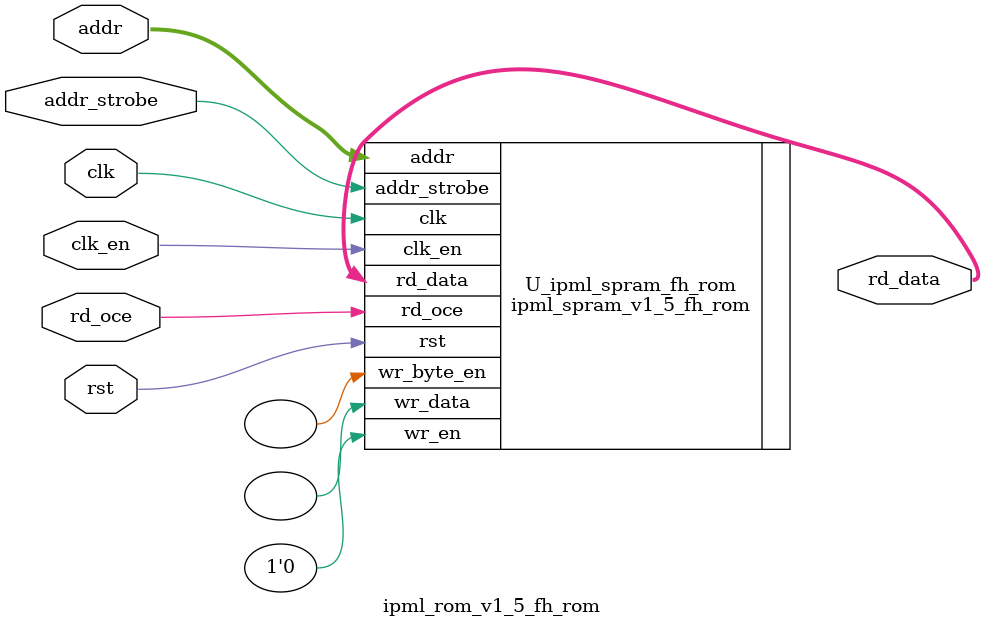
<source format=v>




module ipml_rom_v1_5_fh_rom
 #(
    parameter  c_SIM_DEVICE     = "LOGOS"      ,
    parameter  c_ADDR_WIDTH     = 10           ,           //write address width  legal value:1~20 
    parameter  c_DATA_WIDTH     = 32           ,           //write data width     legal value:8~1152
    parameter  c_OUTPUT_REG     = 0            ,           //output register      legal value:1~20
    parameter  c_RD_OCE_EN      = 0            ,
    parameter  c_CLK_EN         = 0            ,
    parameter  c_ADDR_STROBE_EN = 0            ,
    parameter  c_RESET_TYPE     = "ASYNC_RESET",           //ASYNC_RESET_SYNC_RELEASE SYNC_RESET legal valve "ASYNC_RESET_SYNC_RELEASE" "SYNC_RESET" "ASYNC_RESET"
    parameter  c_POWER_OPT      = 0            ,           //0 :normal mode  1:low power mode legal value:0 or 1
    parameter  c_CLK_OR_POL_INV = 0            ,           //clk polarity invert for output register   legal value 1 or 0           
    parameter  c_INIT_FILE      = "NONE"       ,           //legal value:"NONE" or "initial file name"
    parameter  c_INIT_FORMAT    = "BIN"                   //initial data format   legal valve: "bin" or "hex"
    
 )
  (
   
    input  wire [c_ADDR_WIDTH-1 : 0]  addr        ,
    output wire [c_DATA_WIDTH-1 : 0]  rd_data     ,
    input  wire                       clk         ,
    input  wire                       clk_en      ,
    input  wire                       addr_strobe ,
    input  wire                       rst         ,
    input  wire                       rd_oce       
  );

//**********************************************************************************************************************************************   
    
//main code
//*************************************************************************************************************************************
//inner variables

ipml_spram_v1_5_fh_rom
 #(
    .c_SIM_DEVICE     (c_SIM_DEVICE),
    .c_ADDR_WIDTH     (c_ADDR_WIDTH),           //write address width  legal value:1~20                              
    .c_DATA_WIDTH     (c_DATA_WIDTH),           //write data width     legal value:8~1152                            
    .c_OUTPUT_REG     (c_OUTPUT_REG),           //output register      legal value:1~20                              
    .c_RD_OCE_EN      (c_RD_OCE_EN),
    .c_ADDR_STROBE_EN (c_ADDR_STROBE_EN),
    .c_CLK_EN         (c_CLK_EN),
    .c_RESET_TYPE     (c_RESET_TYPE),           //legal valve "ASYNC_RESET_SYNC_RELEASE" "SYNC_RESET" "ASYNC_RESET"  
    .c_POWER_OPT      (c_POWER_OPT),            //0 :normal mode  1:low power mode legal value:0 or 1                 
    .c_CLK_OR_POL_INV (c_CLK_OR_POL_INV),       //clk polarity invert for output register legal value 1 or 0         
    .c_INIT_FILE      (c_INIT_FILE),            //legal value:"NONE" or "initial file name"                          
    .c_INIT_FORMAT    (c_INIT_FORMAT),          //initial data format   legal valve: "bin" or "hex"                  
    .c_WR_BYTE_EN     (0),                      //byte write enable    legal value: 0 or 1                            
    .c_BE_WIDTH       (1),                      //byte width legal value: 1~128
    .c_RAM_MODE       ("ROM"),
    .c_WRITE_MODE     ("NORMAL_WRITE")          //global reset enable  legal value 0 or 1                            
 )  U_ipml_spram_fh_rom                       //"NORMAL_WRITE"; // TRANSPARENT_WRITE READ_BEFORE_WRITE             
  (
   
    .addr        (addr),
    .wr_data     (),
    .rd_data     (rd_data),
    .wr_en       (1'b0),
    .clk         (clk),
    .clk_en      (clk_en),
    .addr_strobe (addr_strobe),
    .rst         (rst),
    .wr_byte_en  (),
    .rd_oce      (rd_oce) 
  );
 

endmodule


</source>
